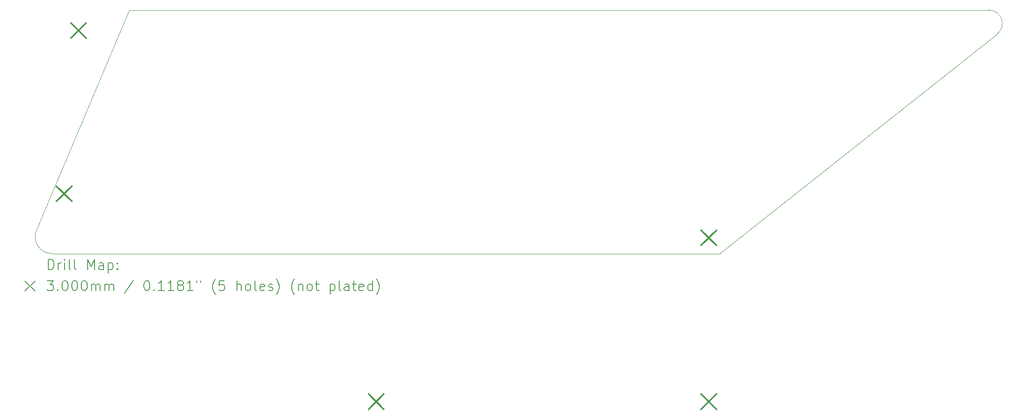
<source format=gbr>
%TF.GenerationSoftware,KiCad,Pcbnew,8.0.1*%
%TF.CreationDate,2024-04-05T23:02:23-05:00*%
%TF.ProjectId,badge,62616467-652e-46b6-9963-61645f706362,rev?*%
%TF.SameCoordinates,Original*%
%TF.FileFunction,Drillmap*%
%TF.FilePolarity,Positive*%
%FSLAX45Y45*%
G04 Gerber Fmt 4.5, Leading zero omitted, Abs format (unit mm)*
G04 Created by KiCad (PCBNEW 8.0.1) date 2024-04-05 23:02:23*
%MOMM*%
%LPD*%
G01*
G04 APERTURE LIST*
%ADD10C,0.050000*%
%ADD11C,0.200000*%
%ADD12C,0.300000*%
G04 APERTURE END LIST*
D10*
X5080000Y-10668000D02*
X18288000Y-10668000D01*
X5080000Y-10668000D02*
G75*
G02*
X4778813Y-10179909I190J337090D01*
G01*
X23622000Y-5842000D02*
X6604000Y-5842000D01*
X18288000Y-10668000D02*
X23784261Y-6316291D01*
X6604000Y-5842000D02*
X4778811Y-10179908D01*
X23622000Y-5842000D02*
G75*
G02*
X23784261Y-6316291I180J-264840D01*
G01*
D11*
D12*
X5167173Y-9333491D02*
X5467173Y-9633491D01*
X5467173Y-9333491D02*
X5167173Y-9633491D01*
X5450429Y-6095859D02*
X5750429Y-6395859D01*
X5750429Y-6095859D02*
X5450429Y-6395859D01*
X11346000Y-13452000D02*
X11646000Y-13752000D01*
X11646000Y-13452000D02*
X11346000Y-13752000D01*
X17926000Y-10202000D02*
X18226000Y-10502000D01*
X18226000Y-10202000D02*
X17926000Y-10502000D01*
X17926000Y-13452000D02*
X18226000Y-13752000D01*
X18226000Y-13452000D02*
X17926000Y-13752000D01*
D11*
X5001377Y-10981984D02*
X5001377Y-10781984D01*
X5001377Y-10781984D02*
X5048996Y-10781984D01*
X5048996Y-10781984D02*
X5077567Y-10791508D01*
X5077567Y-10791508D02*
X5096615Y-10810555D01*
X5096615Y-10810555D02*
X5106139Y-10829603D01*
X5106139Y-10829603D02*
X5115662Y-10867698D01*
X5115662Y-10867698D02*
X5115662Y-10896270D01*
X5115662Y-10896270D02*
X5106139Y-10934365D01*
X5106139Y-10934365D02*
X5096615Y-10953412D01*
X5096615Y-10953412D02*
X5077567Y-10972460D01*
X5077567Y-10972460D02*
X5048996Y-10981984D01*
X5048996Y-10981984D02*
X5001377Y-10981984D01*
X5201377Y-10981984D02*
X5201377Y-10848650D01*
X5201377Y-10886746D02*
X5210901Y-10867698D01*
X5210901Y-10867698D02*
X5220424Y-10858174D01*
X5220424Y-10858174D02*
X5239472Y-10848650D01*
X5239472Y-10848650D02*
X5258520Y-10848650D01*
X5325186Y-10981984D02*
X5325186Y-10848650D01*
X5325186Y-10781984D02*
X5315662Y-10791508D01*
X5315662Y-10791508D02*
X5325186Y-10801031D01*
X5325186Y-10801031D02*
X5334710Y-10791508D01*
X5334710Y-10791508D02*
X5325186Y-10781984D01*
X5325186Y-10781984D02*
X5325186Y-10801031D01*
X5448996Y-10981984D02*
X5429948Y-10972460D01*
X5429948Y-10972460D02*
X5420424Y-10953412D01*
X5420424Y-10953412D02*
X5420424Y-10781984D01*
X5553758Y-10981984D02*
X5534710Y-10972460D01*
X5534710Y-10972460D02*
X5525186Y-10953412D01*
X5525186Y-10953412D02*
X5525186Y-10781984D01*
X5782329Y-10981984D02*
X5782329Y-10781984D01*
X5782329Y-10781984D02*
X5848996Y-10924841D01*
X5848996Y-10924841D02*
X5915662Y-10781984D01*
X5915662Y-10781984D02*
X5915662Y-10981984D01*
X6096615Y-10981984D02*
X6096615Y-10877222D01*
X6096615Y-10877222D02*
X6087091Y-10858174D01*
X6087091Y-10858174D02*
X6068043Y-10848650D01*
X6068043Y-10848650D02*
X6029948Y-10848650D01*
X6029948Y-10848650D02*
X6010900Y-10858174D01*
X6096615Y-10972460D02*
X6077567Y-10981984D01*
X6077567Y-10981984D02*
X6029948Y-10981984D01*
X6029948Y-10981984D02*
X6010900Y-10972460D01*
X6010900Y-10972460D02*
X6001377Y-10953412D01*
X6001377Y-10953412D02*
X6001377Y-10934365D01*
X6001377Y-10934365D02*
X6010900Y-10915317D01*
X6010900Y-10915317D02*
X6029948Y-10905793D01*
X6029948Y-10905793D02*
X6077567Y-10905793D01*
X6077567Y-10905793D02*
X6096615Y-10896270D01*
X6191853Y-10848650D02*
X6191853Y-11048650D01*
X6191853Y-10858174D02*
X6210900Y-10848650D01*
X6210900Y-10848650D02*
X6248996Y-10848650D01*
X6248996Y-10848650D02*
X6268043Y-10858174D01*
X6268043Y-10858174D02*
X6277567Y-10867698D01*
X6277567Y-10867698D02*
X6287091Y-10886746D01*
X6287091Y-10886746D02*
X6287091Y-10943889D01*
X6287091Y-10943889D02*
X6277567Y-10962936D01*
X6277567Y-10962936D02*
X6268043Y-10972460D01*
X6268043Y-10972460D02*
X6248996Y-10981984D01*
X6248996Y-10981984D02*
X6210900Y-10981984D01*
X6210900Y-10981984D02*
X6191853Y-10972460D01*
X6372805Y-10962936D02*
X6382329Y-10972460D01*
X6382329Y-10972460D02*
X6372805Y-10981984D01*
X6372805Y-10981984D02*
X6363281Y-10972460D01*
X6363281Y-10972460D02*
X6372805Y-10962936D01*
X6372805Y-10962936D02*
X6372805Y-10981984D01*
X6372805Y-10858174D02*
X6382329Y-10867698D01*
X6382329Y-10867698D02*
X6372805Y-10877222D01*
X6372805Y-10877222D02*
X6363281Y-10867698D01*
X6363281Y-10867698D02*
X6372805Y-10858174D01*
X6372805Y-10858174D02*
X6372805Y-10877222D01*
X4540600Y-11210500D02*
X4740600Y-11410500D01*
X4740600Y-11210500D02*
X4540600Y-11410500D01*
X4982329Y-11201984D02*
X5106139Y-11201984D01*
X5106139Y-11201984D02*
X5039472Y-11278174D01*
X5039472Y-11278174D02*
X5068043Y-11278174D01*
X5068043Y-11278174D02*
X5087091Y-11287698D01*
X5087091Y-11287698D02*
X5096615Y-11297222D01*
X5096615Y-11297222D02*
X5106139Y-11316269D01*
X5106139Y-11316269D02*
X5106139Y-11363888D01*
X5106139Y-11363888D02*
X5096615Y-11382936D01*
X5096615Y-11382936D02*
X5087091Y-11392460D01*
X5087091Y-11392460D02*
X5068043Y-11401984D01*
X5068043Y-11401984D02*
X5010901Y-11401984D01*
X5010901Y-11401984D02*
X4991853Y-11392460D01*
X4991853Y-11392460D02*
X4982329Y-11382936D01*
X5191853Y-11382936D02*
X5201377Y-11392460D01*
X5201377Y-11392460D02*
X5191853Y-11401984D01*
X5191853Y-11401984D02*
X5182329Y-11392460D01*
X5182329Y-11392460D02*
X5191853Y-11382936D01*
X5191853Y-11382936D02*
X5191853Y-11401984D01*
X5325186Y-11201984D02*
X5344234Y-11201984D01*
X5344234Y-11201984D02*
X5363282Y-11211508D01*
X5363282Y-11211508D02*
X5372805Y-11221031D01*
X5372805Y-11221031D02*
X5382329Y-11240079D01*
X5382329Y-11240079D02*
X5391853Y-11278174D01*
X5391853Y-11278174D02*
X5391853Y-11325793D01*
X5391853Y-11325793D02*
X5382329Y-11363888D01*
X5382329Y-11363888D02*
X5372805Y-11382936D01*
X5372805Y-11382936D02*
X5363282Y-11392460D01*
X5363282Y-11392460D02*
X5344234Y-11401984D01*
X5344234Y-11401984D02*
X5325186Y-11401984D01*
X5325186Y-11401984D02*
X5306139Y-11392460D01*
X5306139Y-11392460D02*
X5296615Y-11382936D01*
X5296615Y-11382936D02*
X5287091Y-11363888D01*
X5287091Y-11363888D02*
X5277567Y-11325793D01*
X5277567Y-11325793D02*
X5277567Y-11278174D01*
X5277567Y-11278174D02*
X5287091Y-11240079D01*
X5287091Y-11240079D02*
X5296615Y-11221031D01*
X5296615Y-11221031D02*
X5306139Y-11211508D01*
X5306139Y-11211508D02*
X5325186Y-11201984D01*
X5515662Y-11201984D02*
X5534710Y-11201984D01*
X5534710Y-11201984D02*
X5553758Y-11211508D01*
X5553758Y-11211508D02*
X5563282Y-11221031D01*
X5563282Y-11221031D02*
X5572805Y-11240079D01*
X5572805Y-11240079D02*
X5582329Y-11278174D01*
X5582329Y-11278174D02*
X5582329Y-11325793D01*
X5582329Y-11325793D02*
X5572805Y-11363888D01*
X5572805Y-11363888D02*
X5563282Y-11382936D01*
X5563282Y-11382936D02*
X5553758Y-11392460D01*
X5553758Y-11392460D02*
X5534710Y-11401984D01*
X5534710Y-11401984D02*
X5515662Y-11401984D01*
X5515662Y-11401984D02*
X5496615Y-11392460D01*
X5496615Y-11392460D02*
X5487091Y-11382936D01*
X5487091Y-11382936D02*
X5477567Y-11363888D01*
X5477567Y-11363888D02*
X5468043Y-11325793D01*
X5468043Y-11325793D02*
X5468043Y-11278174D01*
X5468043Y-11278174D02*
X5477567Y-11240079D01*
X5477567Y-11240079D02*
X5487091Y-11221031D01*
X5487091Y-11221031D02*
X5496615Y-11211508D01*
X5496615Y-11211508D02*
X5515662Y-11201984D01*
X5706139Y-11201984D02*
X5725186Y-11201984D01*
X5725186Y-11201984D02*
X5744234Y-11211508D01*
X5744234Y-11211508D02*
X5753758Y-11221031D01*
X5753758Y-11221031D02*
X5763281Y-11240079D01*
X5763281Y-11240079D02*
X5772805Y-11278174D01*
X5772805Y-11278174D02*
X5772805Y-11325793D01*
X5772805Y-11325793D02*
X5763281Y-11363888D01*
X5763281Y-11363888D02*
X5753758Y-11382936D01*
X5753758Y-11382936D02*
X5744234Y-11392460D01*
X5744234Y-11392460D02*
X5725186Y-11401984D01*
X5725186Y-11401984D02*
X5706139Y-11401984D01*
X5706139Y-11401984D02*
X5687091Y-11392460D01*
X5687091Y-11392460D02*
X5677567Y-11382936D01*
X5677567Y-11382936D02*
X5668043Y-11363888D01*
X5668043Y-11363888D02*
X5658520Y-11325793D01*
X5658520Y-11325793D02*
X5658520Y-11278174D01*
X5658520Y-11278174D02*
X5668043Y-11240079D01*
X5668043Y-11240079D02*
X5677567Y-11221031D01*
X5677567Y-11221031D02*
X5687091Y-11211508D01*
X5687091Y-11211508D02*
X5706139Y-11201984D01*
X5858520Y-11401984D02*
X5858520Y-11268650D01*
X5858520Y-11287698D02*
X5868043Y-11278174D01*
X5868043Y-11278174D02*
X5887091Y-11268650D01*
X5887091Y-11268650D02*
X5915662Y-11268650D01*
X5915662Y-11268650D02*
X5934710Y-11278174D01*
X5934710Y-11278174D02*
X5944234Y-11297222D01*
X5944234Y-11297222D02*
X5944234Y-11401984D01*
X5944234Y-11297222D02*
X5953758Y-11278174D01*
X5953758Y-11278174D02*
X5972805Y-11268650D01*
X5972805Y-11268650D02*
X6001377Y-11268650D01*
X6001377Y-11268650D02*
X6020424Y-11278174D01*
X6020424Y-11278174D02*
X6029948Y-11297222D01*
X6029948Y-11297222D02*
X6029948Y-11401984D01*
X6125186Y-11401984D02*
X6125186Y-11268650D01*
X6125186Y-11287698D02*
X6134710Y-11278174D01*
X6134710Y-11278174D02*
X6153758Y-11268650D01*
X6153758Y-11268650D02*
X6182329Y-11268650D01*
X6182329Y-11268650D02*
X6201377Y-11278174D01*
X6201377Y-11278174D02*
X6210901Y-11297222D01*
X6210901Y-11297222D02*
X6210901Y-11401984D01*
X6210901Y-11297222D02*
X6220424Y-11278174D01*
X6220424Y-11278174D02*
X6239472Y-11268650D01*
X6239472Y-11268650D02*
X6268043Y-11268650D01*
X6268043Y-11268650D02*
X6287091Y-11278174D01*
X6287091Y-11278174D02*
X6296615Y-11297222D01*
X6296615Y-11297222D02*
X6296615Y-11401984D01*
X6687091Y-11192460D02*
X6515663Y-11449603D01*
X6944234Y-11201984D02*
X6963282Y-11201984D01*
X6963282Y-11201984D02*
X6982329Y-11211508D01*
X6982329Y-11211508D02*
X6991853Y-11221031D01*
X6991853Y-11221031D02*
X7001377Y-11240079D01*
X7001377Y-11240079D02*
X7010901Y-11278174D01*
X7010901Y-11278174D02*
X7010901Y-11325793D01*
X7010901Y-11325793D02*
X7001377Y-11363888D01*
X7001377Y-11363888D02*
X6991853Y-11382936D01*
X6991853Y-11382936D02*
X6982329Y-11392460D01*
X6982329Y-11392460D02*
X6963282Y-11401984D01*
X6963282Y-11401984D02*
X6944234Y-11401984D01*
X6944234Y-11401984D02*
X6925186Y-11392460D01*
X6925186Y-11392460D02*
X6915663Y-11382936D01*
X6915663Y-11382936D02*
X6906139Y-11363888D01*
X6906139Y-11363888D02*
X6896615Y-11325793D01*
X6896615Y-11325793D02*
X6896615Y-11278174D01*
X6896615Y-11278174D02*
X6906139Y-11240079D01*
X6906139Y-11240079D02*
X6915663Y-11221031D01*
X6915663Y-11221031D02*
X6925186Y-11211508D01*
X6925186Y-11211508D02*
X6944234Y-11201984D01*
X7096615Y-11382936D02*
X7106139Y-11392460D01*
X7106139Y-11392460D02*
X7096615Y-11401984D01*
X7096615Y-11401984D02*
X7087091Y-11392460D01*
X7087091Y-11392460D02*
X7096615Y-11382936D01*
X7096615Y-11382936D02*
X7096615Y-11401984D01*
X7296615Y-11401984D02*
X7182329Y-11401984D01*
X7239472Y-11401984D02*
X7239472Y-11201984D01*
X7239472Y-11201984D02*
X7220424Y-11230555D01*
X7220424Y-11230555D02*
X7201377Y-11249603D01*
X7201377Y-11249603D02*
X7182329Y-11259127D01*
X7487091Y-11401984D02*
X7372805Y-11401984D01*
X7429948Y-11401984D02*
X7429948Y-11201984D01*
X7429948Y-11201984D02*
X7410901Y-11230555D01*
X7410901Y-11230555D02*
X7391853Y-11249603D01*
X7391853Y-11249603D02*
X7372805Y-11259127D01*
X7601377Y-11287698D02*
X7582329Y-11278174D01*
X7582329Y-11278174D02*
X7572805Y-11268650D01*
X7572805Y-11268650D02*
X7563282Y-11249603D01*
X7563282Y-11249603D02*
X7563282Y-11240079D01*
X7563282Y-11240079D02*
X7572805Y-11221031D01*
X7572805Y-11221031D02*
X7582329Y-11211508D01*
X7582329Y-11211508D02*
X7601377Y-11201984D01*
X7601377Y-11201984D02*
X7639472Y-11201984D01*
X7639472Y-11201984D02*
X7658520Y-11211508D01*
X7658520Y-11211508D02*
X7668044Y-11221031D01*
X7668044Y-11221031D02*
X7677567Y-11240079D01*
X7677567Y-11240079D02*
X7677567Y-11249603D01*
X7677567Y-11249603D02*
X7668044Y-11268650D01*
X7668044Y-11268650D02*
X7658520Y-11278174D01*
X7658520Y-11278174D02*
X7639472Y-11287698D01*
X7639472Y-11287698D02*
X7601377Y-11287698D01*
X7601377Y-11287698D02*
X7582329Y-11297222D01*
X7582329Y-11297222D02*
X7572805Y-11306746D01*
X7572805Y-11306746D02*
X7563282Y-11325793D01*
X7563282Y-11325793D02*
X7563282Y-11363888D01*
X7563282Y-11363888D02*
X7572805Y-11382936D01*
X7572805Y-11382936D02*
X7582329Y-11392460D01*
X7582329Y-11392460D02*
X7601377Y-11401984D01*
X7601377Y-11401984D02*
X7639472Y-11401984D01*
X7639472Y-11401984D02*
X7658520Y-11392460D01*
X7658520Y-11392460D02*
X7668044Y-11382936D01*
X7668044Y-11382936D02*
X7677567Y-11363888D01*
X7677567Y-11363888D02*
X7677567Y-11325793D01*
X7677567Y-11325793D02*
X7668044Y-11306746D01*
X7668044Y-11306746D02*
X7658520Y-11297222D01*
X7658520Y-11297222D02*
X7639472Y-11287698D01*
X7868044Y-11401984D02*
X7753758Y-11401984D01*
X7810901Y-11401984D02*
X7810901Y-11201984D01*
X7810901Y-11201984D02*
X7791853Y-11230555D01*
X7791853Y-11230555D02*
X7772805Y-11249603D01*
X7772805Y-11249603D02*
X7753758Y-11259127D01*
X7944234Y-11201984D02*
X7944234Y-11240079D01*
X8020425Y-11201984D02*
X8020425Y-11240079D01*
X8315663Y-11478174D02*
X8306139Y-11468650D01*
X8306139Y-11468650D02*
X8287091Y-11440079D01*
X8287091Y-11440079D02*
X8277567Y-11421031D01*
X8277567Y-11421031D02*
X8268044Y-11392460D01*
X8268044Y-11392460D02*
X8258520Y-11344841D01*
X8258520Y-11344841D02*
X8258520Y-11306746D01*
X8258520Y-11306746D02*
X8268044Y-11259127D01*
X8268044Y-11259127D02*
X8277567Y-11230555D01*
X8277567Y-11230555D02*
X8287091Y-11211508D01*
X8287091Y-11211508D02*
X8306139Y-11182936D01*
X8306139Y-11182936D02*
X8315663Y-11173412D01*
X8487091Y-11201984D02*
X8391853Y-11201984D01*
X8391853Y-11201984D02*
X8382329Y-11297222D01*
X8382329Y-11297222D02*
X8391853Y-11287698D01*
X8391853Y-11287698D02*
X8410901Y-11278174D01*
X8410901Y-11278174D02*
X8458520Y-11278174D01*
X8458520Y-11278174D02*
X8477568Y-11287698D01*
X8477568Y-11287698D02*
X8487091Y-11297222D01*
X8487091Y-11297222D02*
X8496615Y-11316269D01*
X8496615Y-11316269D02*
X8496615Y-11363888D01*
X8496615Y-11363888D02*
X8487091Y-11382936D01*
X8487091Y-11382936D02*
X8477568Y-11392460D01*
X8477568Y-11392460D02*
X8458520Y-11401984D01*
X8458520Y-11401984D02*
X8410901Y-11401984D01*
X8410901Y-11401984D02*
X8391853Y-11392460D01*
X8391853Y-11392460D02*
X8382329Y-11382936D01*
X8734710Y-11401984D02*
X8734710Y-11201984D01*
X8820425Y-11401984D02*
X8820425Y-11297222D01*
X8820425Y-11297222D02*
X8810901Y-11278174D01*
X8810901Y-11278174D02*
X8791853Y-11268650D01*
X8791853Y-11268650D02*
X8763282Y-11268650D01*
X8763282Y-11268650D02*
X8744234Y-11278174D01*
X8744234Y-11278174D02*
X8734710Y-11287698D01*
X8944234Y-11401984D02*
X8925187Y-11392460D01*
X8925187Y-11392460D02*
X8915663Y-11382936D01*
X8915663Y-11382936D02*
X8906139Y-11363888D01*
X8906139Y-11363888D02*
X8906139Y-11306746D01*
X8906139Y-11306746D02*
X8915663Y-11287698D01*
X8915663Y-11287698D02*
X8925187Y-11278174D01*
X8925187Y-11278174D02*
X8944234Y-11268650D01*
X8944234Y-11268650D02*
X8972806Y-11268650D01*
X8972806Y-11268650D02*
X8991853Y-11278174D01*
X8991853Y-11278174D02*
X9001377Y-11287698D01*
X9001377Y-11287698D02*
X9010901Y-11306746D01*
X9010901Y-11306746D02*
X9010901Y-11363888D01*
X9010901Y-11363888D02*
X9001377Y-11382936D01*
X9001377Y-11382936D02*
X8991853Y-11392460D01*
X8991853Y-11392460D02*
X8972806Y-11401984D01*
X8972806Y-11401984D02*
X8944234Y-11401984D01*
X9125187Y-11401984D02*
X9106139Y-11392460D01*
X9106139Y-11392460D02*
X9096615Y-11373412D01*
X9096615Y-11373412D02*
X9096615Y-11201984D01*
X9277568Y-11392460D02*
X9258520Y-11401984D01*
X9258520Y-11401984D02*
X9220425Y-11401984D01*
X9220425Y-11401984D02*
X9201377Y-11392460D01*
X9201377Y-11392460D02*
X9191853Y-11373412D01*
X9191853Y-11373412D02*
X9191853Y-11297222D01*
X9191853Y-11297222D02*
X9201377Y-11278174D01*
X9201377Y-11278174D02*
X9220425Y-11268650D01*
X9220425Y-11268650D02*
X9258520Y-11268650D01*
X9258520Y-11268650D02*
X9277568Y-11278174D01*
X9277568Y-11278174D02*
X9287091Y-11297222D01*
X9287091Y-11297222D02*
X9287091Y-11316269D01*
X9287091Y-11316269D02*
X9191853Y-11335317D01*
X9363282Y-11392460D02*
X9382330Y-11401984D01*
X9382330Y-11401984D02*
X9420425Y-11401984D01*
X9420425Y-11401984D02*
X9439472Y-11392460D01*
X9439472Y-11392460D02*
X9448996Y-11373412D01*
X9448996Y-11373412D02*
X9448996Y-11363888D01*
X9448996Y-11363888D02*
X9439472Y-11344841D01*
X9439472Y-11344841D02*
X9420425Y-11335317D01*
X9420425Y-11335317D02*
X9391853Y-11335317D01*
X9391853Y-11335317D02*
X9372806Y-11325793D01*
X9372806Y-11325793D02*
X9363282Y-11306746D01*
X9363282Y-11306746D02*
X9363282Y-11297222D01*
X9363282Y-11297222D02*
X9372806Y-11278174D01*
X9372806Y-11278174D02*
X9391853Y-11268650D01*
X9391853Y-11268650D02*
X9420425Y-11268650D01*
X9420425Y-11268650D02*
X9439472Y-11278174D01*
X9515663Y-11478174D02*
X9525187Y-11468650D01*
X9525187Y-11468650D02*
X9544234Y-11440079D01*
X9544234Y-11440079D02*
X9553758Y-11421031D01*
X9553758Y-11421031D02*
X9563282Y-11392460D01*
X9563282Y-11392460D02*
X9572806Y-11344841D01*
X9572806Y-11344841D02*
X9572806Y-11306746D01*
X9572806Y-11306746D02*
X9563282Y-11259127D01*
X9563282Y-11259127D02*
X9553758Y-11230555D01*
X9553758Y-11230555D02*
X9544234Y-11211508D01*
X9544234Y-11211508D02*
X9525187Y-11182936D01*
X9525187Y-11182936D02*
X9515663Y-11173412D01*
X9877568Y-11478174D02*
X9868044Y-11468650D01*
X9868044Y-11468650D02*
X9848996Y-11440079D01*
X9848996Y-11440079D02*
X9839472Y-11421031D01*
X9839472Y-11421031D02*
X9829949Y-11392460D01*
X9829949Y-11392460D02*
X9820425Y-11344841D01*
X9820425Y-11344841D02*
X9820425Y-11306746D01*
X9820425Y-11306746D02*
X9829949Y-11259127D01*
X9829949Y-11259127D02*
X9839472Y-11230555D01*
X9839472Y-11230555D02*
X9848996Y-11211508D01*
X9848996Y-11211508D02*
X9868044Y-11182936D01*
X9868044Y-11182936D02*
X9877568Y-11173412D01*
X9953758Y-11268650D02*
X9953758Y-11401984D01*
X9953758Y-11287698D02*
X9963282Y-11278174D01*
X9963282Y-11278174D02*
X9982330Y-11268650D01*
X9982330Y-11268650D02*
X10010901Y-11268650D01*
X10010901Y-11268650D02*
X10029949Y-11278174D01*
X10029949Y-11278174D02*
X10039472Y-11297222D01*
X10039472Y-11297222D02*
X10039472Y-11401984D01*
X10163282Y-11401984D02*
X10144234Y-11392460D01*
X10144234Y-11392460D02*
X10134711Y-11382936D01*
X10134711Y-11382936D02*
X10125187Y-11363888D01*
X10125187Y-11363888D02*
X10125187Y-11306746D01*
X10125187Y-11306746D02*
X10134711Y-11287698D01*
X10134711Y-11287698D02*
X10144234Y-11278174D01*
X10144234Y-11278174D02*
X10163282Y-11268650D01*
X10163282Y-11268650D02*
X10191853Y-11268650D01*
X10191853Y-11268650D02*
X10210901Y-11278174D01*
X10210901Y-11278174D02*
X10220425Y-11287698D01*
X10220425Y-11287698D02*
X10229949Y-11306746D01*
X10229949Y-11306746D02*
X10229949Y-11363888D01*
X10229949Y-11363888D02*
X10220425Y-11382936D01*
X10220425Y-11382936D02*
X10210901Y-11392460D01*
X10210901Y-11392460D02*
X10191853Y-11401984D01*
X10191853Y-11401984D02*
X10163282Y-11401984D01*
X10287092Y-11268650D02*
X10363282Y-11268650D01*
X10315663Y-11201984D02*
X10315663Y-11373412D01*
X10315663Y-11373412D02*
X10325187Y-11392460D01*
X10325187Y-11392460D02*
X10344234Y-11401984D01*
X10344234Y-11401984D02*
X10363282Y-11401984D01*
X10582330Y-11268650D02*
X10582330Y-11468650D01*
X10582330Y-11278174D02*
X10601377Y-11268650D01*
X10601377Y-11268650D02*
X10639473Y-11268650D01*
X10639473Y-11268650D02*
X10658520Y-11278174D01*
X10658520Y-11278174D02*
X10668044Y-11287698D01*
X10668044Y-11287698D02*
X10677568Y-11306746D01*
X10677568Y-11306746D02*
X10677568Y-11363888D01*
X10677568Y-11363888D02*
X10668044Y-11382936D01*
X10668044Y-11382936D02*
X10658520Y-11392460D01*
X10658520Y-11392460D02*
X10639473Y-11401984D01*
X10639473Y-11401984D02*
X10601377Y-11401984D01*
X10601377Y-11401984D02*
X10582330Y-11392460D01*
X10791853Y-11401984D02*
X10772806Y-11392460D01*
X10772806Y-11392460D02*
X10763282Y-11373412D01*
X10763282Y-11373412D02*
X10763282Y-11201984D01*
X10953758Y-11401984D02*
X10953758Y-11297222D01*
X10953758Y-11297222D02*
X10944234Y-11278174D01*
X10944234Y-11278174D02*
X10925187Y-11268650D01*
X10925187Y-11268650D02*
X10887092Y-11268650D01*
X10887092Y-11268650D02*
X10868044Y-11278174D01*
X10953758Y-11392460D02*
X10934711Y-11401984D01*
X10934711Y-11401984D02*
X10887092Y-11401984D01*
X10887092Y-11401984D02*
X10868044Y-11392460D01*
X10868044Y-11392460D02*
X10858520Y-11373412D01*
X10858520Y-11373412D02*
X10858520Y-11354365D01*
X10858520Y-11354365D02*
X10868044Y-11335317D01*
X10868044Y-11335317D02*
X10887092Y-11325793D01*
X10887092Y-11325793D02*
X10934711Y-11325793D01*
X10934711Y-11325793D02*
X10953758Y-11316269D01*
X11020425Y-11268650D02*
X11096615Y-11268650D01*
X11048996Y-11201984D02*
X11048996Y-11373412D01*
X11048996Y-11373412D02*
X11058520Y-11392460D01*
X11058520Y-11392460D02*
X11077568Y-11401984D01*
X11077568Y-11401984D02*
X11096615Y-11401984D01*
X11239472Y-11392460D02*
X11220425Y-11401984D01*
X11220425Y-11401984D02*
X11182330Y-11401984D01*
X11182330Y-11401984D02*
X11163282Y-11392460D01*
X11163282Y-11392460D02*
X11153758Y-11373412D01*
X11153758Y-11373412D02*
X11153758Y-11297222D01*
X11153758Y-11297222D02*
X11163282Y-11278174D01*
X11163282Y-11278174D02*
X11182330Y-11268650D01*
X11182330Y-11268650D02*
X11220425Y-11268650D01*
X11220425Y-11268650D02*
X11239472Y-11278174D01*
X11239472Y-11278174D02*
X11248996Y-11297222D01*
X11248996Y-11297222D02*
X11248996Y-11316269D01*
X11248996Y-11316269D02*
X11153758Y-11335317D01*
X11420425Y-11401984D02*
X11420425Y-11201984D01*
X11420425Y-11392460D02*
X11401377Y-11401984D01*
X11401377Y-11401984D02*
X11363282Y-11401984D01*
X11363282Y-11401984D02*
X11344234Y-11392460D01*
X11344234Y-11392460D02*
X11334711Y-11382936D01*
X11334711Y-11382936D02*
X11325187Y-11363888D01*
X11325187Y-11363888D02*
X11325187Y-11306746D01*
X11325187Y-11306746D02*
X11334711Y-11287698D01*
X11334711Y-11287698D02*
X11344234Y-11278174D01*
X11344234Y-11278174D02*
X11363282Y-11268650D01*
X11363282Y-11268650D02*
X11401377Y-11268650D01*
X11401377Y-11268650D02*
X11420425Y-11278174D01*
X11496615Y-11478174D02*
X11506139Y-11468650D01*
X11506139Y-11468650D02*
X11525187Y-11440079D01*
X11525187Y-11440079D02*
X11534711Y-11421031D01*
X11534711Y-11421031D02*
X11544234Y-11392460D01*
X11544234Y-11392460D02*
X11553758Y-11344841D01*
X11553758Y-11344841D02*
X11553758Y-11306746D01*
X11553758Y-11306746D02*
X11544234Y-11259127D01*
X11544234Y-11259127D02*
X11534711Y-11230555D01*
X11534711Y-11230555D02*
X11525187Y-11211508D01*
X11525187Y-11211508D02*
X11506139Y-11182936D01*
X11506139Y-11182936D02*
X11496615Y-11173412D01*
M02*

</source>
